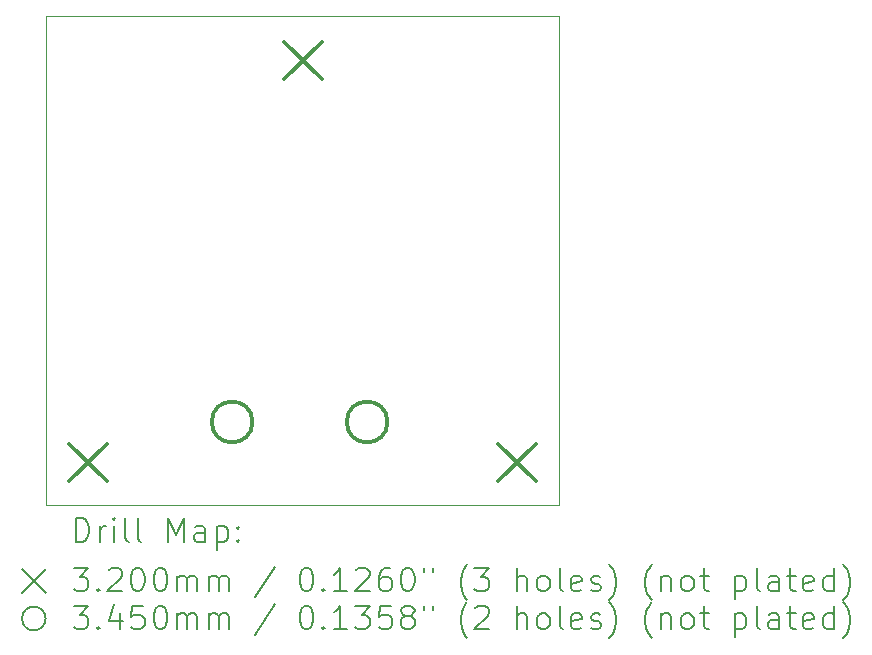
<source format=gbr>
%FSLAX45Y45*%
G04 Gerber Fmt 4.5, Leading zero omitted, Abs format (unit mm)*
G04 Created by KiCad (PCBNEW (6.0.0)) date 2022-08-05 10:14:32*
%MOMM*%
%LPD*%
G01*
G04 APERTURE LIST*
%TA.AperFunction,Profile*%
%ADD10C,0.100000*%
%TD*%
%ADD11C,0.200000*%
%ADD12C,0.320000*%
%ADD13C,0.345000*%
G04 APERTURE END LIST*
D10*
X9563100Y-11595100D02*
X13906500Y-11595100D01*
X13906500Y-11595100D02*
X13906500Y-15735300D01*
X13906500Y-15735300D02*
X9563100Y-15735300D01*
X9563100Y-15735300D02*
X9563100Y-11595100D01*
D11*
D12*
X9758700Y-15219700D02*
X10078700Y-15539700D01*
X10078700Y-15219700D02*
X9758700Y-15539700D01*
X11574800Y-11816100D02*
X11894800Y-12136100D01*
X11894800Y-11816100D02*
X11574800Y-12136100D01*
X13390900Y-15219700D02*
X13710900Y-15539700D01*
X13710900Y-15219700D02*
X13390900Y-15539700D01*
D13*
X11309450Y-15036000D02*
G75*
G03*
X11309450Y-15036000I-172500J0D01*
G01*
X12452450Y-15036000D02*
G75*
G03*
X12452450Y-15036000I-172500J0D01*
G01*
D11*
X9815719Y-16050776D02*
X9815719Y-15850776D01*
X9863338Y-15850776D01*
X9891910Y-15860300D01*
X9910957Y-15879348D01*
X9920481Y-15898395D01*
X9930005Y-15936490D01*
X9930005Y-15965062D01*
X9920481Y-16003157D01*
X9910957Y-16022205D01*
X9891910Y-16041252D01*
X9863338Y-16050776D01*
X9815719Y-16050776D01*
X10015719Y-16050776D02*
X10015719Y-15917443D01*
X10015719Y-15955538D02*
X10025243Y-15936490D01*
X10034767Y-15926967D01*
X10053814Y-15917443D01*
X10072862Y-15917443D01*
X10139529Y-16050776D02*
X10139529Y-15917443D01*
X10139529Y-15850776D02*
X10130005Y-15860300D01*
X10139529Y-15869824D01*
X10149052Y-15860300D01*
X10139529Y-15850776D01*
X10139529Y-15869824D01*
X10263338Y-16050776D02*
X10244290Y-16041252D01*
X10234767Y-16022205D01*
X10234767Y-15850776D01*
X10368100Y-16050776D02*
X10349052Y-16041252D01*
X10339529Y-16022205D01*
X10339529Y-15850776D01*
X10596671Y-16050776D02*
X10596671Y-15850776D01*
X10663338Y-15993633D01*
X10730005Y-15850776D01*
X10730005Y-16050776D01*
X10910957Y-16050776D02*
X10910957Y-15946014D01*
X10901433Y-15926967D01*
X10882386Y-15917443D01*
X10844290Y-15917443D01*
X10825243Y-15926967D01*
X10910957Y-16041252D02*
X10891910Y-16050776D01*
X10844290Y-16050776D01*
X10825243Y-16041252D01*
X10815719Y-16022205D01*
X10815719Y-16003157D01*
X10825243Y-15984109D01*
X10844290Y-15974586D01*
X10891910Y-15974586D01*
X10910957Y-15965062D01*
X11006195Y-15917443D02*
X11006195Y-16117443D01*
X11006195Y-15926967D02*
X11025243Y-15917443D01*
X11063338Y-15917443D01*
X11082386Y-15926967D01*
X11091910Y-15936490D01*
X11101433Y-15955538D01*
X11101433Y-16012681D01*
X11091910Y-16031728D01*
X11082386Y-16041252D01*
X11063338Y-16050776D01*
X11025243Y-16050776D01*
X11006195Y-16041252D01*
X11187148Y-16031728D02*
X11196671Y-16041252D01*
X11187148Y-16050776D01*
X11177624Y-16041252D01*
X11187148Y-16031728D01*
X11187148Y-16050776D01*
X11187148Y-15926967D02*
X11196671Y-15936490D01*
X11187148Y-15946014D01*
X11177624Y-15936490D01*
X11187148Y-15926967D01*
X11187148Y-15946014D01*
X9358100Y-16280300D02*
X9558100Y-16480300D01*
X9558100Y-16280300D02*
X9358100Y-16480300D01*
X9796671Y-16270776D02*
X9920481Y-16270776D01*
X9853814Y-16346967D01*
X9882386Y-16346967D01*
X9901433Y-16356490D01*
X9910957Y-16366014D01*
X9920481Y-16385062D01*
X9920481Y-16432681D01*
X9910957Y-16451728D01*
X9901433Y-16461252D01*
X9882386Y-16470776D01*
X9825243Y-16470776D01*
X9806195Y-16461252D01*
X9796671Y-16451728D01*
X10006195Y-16451728D02*
X10015719Y-16461252D01*
X10006195Y-16470776D01*
X9996671Y-16461252D01*
X10006195Y-16451728D01*
X10006195Y-16470776D01*
X10091910Y-16289824D02*
X10101433Y-16280300D01*
X10120481Y-16270776D01*
X10168100Y-16270776D01*
X10187148Y-16280300D01*
X10196671Y-16289824D01*
X10206195Y-16308871D01*
X10206195Y-16327919D01*
X10196671Y-16356490D01*
X10082386Y-16470776D01*
X10206195Y-16470776D01*
X10330005Y-16270776D02*
X10349052Y-16270776D01*
X10368100Y-16280300D01*
X10377624Y-16289824D01*
X10387148Y-16308871D01*
X10396671Y-16346967D01*
X10396671Y-16394586D01*
X10387148Y-16432681D01*
X10377624Y-16451728D01*
X10368100Y-16461252D01*
X10349052Y-16470776D01*
X10330005Y-16470776D01*
X10310957Y-16461252D01*
X10301433Y-16451728D01*
X10291910Y-16432681D01*
X10282386Y-16394586D01*
X10282386Y-16346967D01*
X10291910Y-16308871D01*
X10301433Y-16289824D01*
X10310957Y-16280300D01*
X10330005Y-16270776D01*
X10520481Y-16270776D02*
X10539529Y-16270776D01*
X10558576Y-16280300D01*
X10568100Y-16289824D01*
X10577624Y-16308871D01*
X10587148Y-16346967D01*
X10587148Y-16394586D01*
X10577624Y-16432681D01*
X10568100Y-16451728D01*
X10558576Y-16461252D01*
X10539529Y-16470776D01*
X10520481Y-16470776D01*
X10501433Y-16461252D01*
X10491910Y-16451728D01*
X10482386Y-16432681D01*
X10472862Y-16394586D01*
X10472862Y-16346967D01*
X10482386Y-16308871D01*
X10491910Y-16289824D01*
X10501433Y-16280300D01*
X10520481Y-16270776D01*
X10672862Y-16470776D02*
X10672862Y-16337443D01*
X10672862Y-16356490D02*
X10682386Y-16346967D01*
X10701433Y-16337443D01*
X10730005Y-16337443D01*
X10749052Y-16346967D01*
X10758576Y-16366014D01*
X10758576Y-16470776D01*
X10758576Y-16366014D02*
X10768100Y-16346967D01*
X10787148Y-16337443D01*
X10815719Y-16337443D01*
X10834767Y-16346967D01*
X10844290Y-16366014D01*
X10844290Y-16470776D01*
X10939529Y-16470776D02*
X10939529Y-16337443D01*
X10939529Y-16356490D02*
X10949052Y-16346967D01*
X10968100Y-16337443D01*
X10996671Y-16337443D01*
X11015719Y-16346967D01*
X11025243Y-16366014D01*
X11025243Y-16470776D01*
X11025243Y-16366014D02*
X11034767Y-16346967D01*
X11053814Y-16337443D01*
X11082386Y-16337443D01*
X11101433Y-16346967D01*
X11110957Y-16366014D01*
X11110957Y-16470776D01*
X11501433Y-16261252D02*
X11330005Y-16518395D01*
X11758576Y-16270776D02*
X11777624Y-16270776D01*
X11796671Y-16280300D01*
X11806195Y-16289824D01*
X11815719Y-16308871D01*
X11825243Y-16346967D01*
X11825243Y-16394586D01*
X11815719Y-16432681D01*
X11806195Y-16451728D01*
X11796671Y-16461252D01*
X11777624Y-16470776D01*
X11758576Y-16470776D01*
X11739528Y-16461252D01*
X11730005Y-16451728D01*
X11720481Y-16432681D01*
X11710957Y-16394586D01*
X11710957Y-16346967D01*
X11720481Y-16308871D01*
X11730005Y-16289824D01*
X11739528Y-16280300D01*
X11758576Y-16270776D01*
X11910957Y-16451728D02*
X11920481Y-16461252D01*
X11910957Y-16470776D01*
X11901433Y-16461252D01*
X11910957Y-16451728D01*
X11910957Y-16470776D01*
X12110957Y-16470776D02*
X11996671Y-16470776D01*
X12053814Y-16470776D02*
X12053814Y-16270776D01*
X12034767Y-16299348D01*
X12015719Y-16318395D01*
X11996671Y-16327919D01*
X12187148Y-16289824D02*
X12196671Y-16280300D01*
X12215719Y-16270776D01*
X12263338Y-16270776D01*
X12282386Y-16280300D01*
X12291909Y-16289824D01*
X12301433Y-16308871D01*
X12301433Y-16327919D01*
X12291909Y-16356490D01*
X12177624Y-16470776D01*
X12301433Y-16470776D01*
X12472862Y-16270776D02*
X12434767Y-16270776D01*
X12415719Y-16280300D01*
X12406195Y-16289824D01*
X12387148Y-16318395D01*
X12377624Y-16356490D01*
X12377624Y-16432681D01*
X12387148Y-16451728D01*
X12396671Y-16461252D01*
X12415719Y-16470776D01*
X12453814Y-16470776D01*
X12472862Y-16461252D01*
X12482386Y-16451728D01*
X12491909Y-16432681D01*
X12491909Y-16385062D01*
X12482386Y-16366014D01*
X12472862Y-16356490D01*
X12453814Y-16346967D01*
X12415719Y-16346967D01*
X12396671Y-16356490D01*
X12387148Y-16366014D01*
X12377624Y-16385062D01*
X12615719Y-16270776D02*
X12634767Y-16270776D01*
X12653814Y-16280300D01*
X12663338Y-16289824D01*
X12672862Y-16308871D01*
X12682386Y-16346967D01*
X12682386Y-16394586D01*
X12672862Y-16432681D01*
X12663338Y-16451728D01*
X12653814Y-16461252D01*
X12634767Y-16470776D01*
X12615719Y-16470776D01*
X12596671Y-16461252D01*
X12587148Y-16451728D01*
X12577624Y-16432681D01*
X12568100Y-16394586D01*
X12568100Y-16346967D01*
X12577624Y-16308871D01*
X12587148Y-16289824D01*
X12596671Y-16280300D01*
X12615719Y-16270776D01*
X12758576Y-16270776D02*
X12758576Y-16308871D01*
X12834767Y-16270776D02*
X12834767Y-16308871D01*
X13130005Y-16546967D02*
X13120481Y-16537443D01*
X13101433Y-16508871D01*
X13091909Y-16489824D01*
X13082386Y-16461252D01*
X13072862Y-16413633D01*
X13072862Y-16375538D01*
X13082386Y-16327919D01*
X13091909Y-16299348D01*
X13101433Y-16280300D01*
X13120481Y-16251728D01*
X13130005Y-16242205D01*
X13187148Y-16270776D02*
X13310957Y-16270776D01*
X13244290Y-16346967D01*
X13272862Y-16346967D01*
X13291909Y-16356490D01*
X13301433Y-16366014D01*
X13310957Y-16385062D01*
X13310957Y-16432681D01*
X13301433Y-16451728D01*
X13291909Y-16461252D01*
X13272862Y-16470776D01*
X13215719Y-16470776D01*
X13196671Y-16461252D01*
X13187148Y-16451728D01*
X13549052Y-16470776D02*
X13549052Y-16270776D01*
X13634767Y-16470776D02*
X13634767Y-16366014D01*
X13625243Y-16346967D01*
X13606195Y-16337443D01*
X13577624Y-16337443D01*
X13558576Y-16346967D01*
X13549052Y-16356490D01*
X13758576Y-16470776D02*
X13739528Y-16461252D01*
X13730005Y-16451728D01*
X13720481Y-16432681D01*
X13720481Y-16375538D01*
X13730005Y-16356490D01*
X13739528Y-16346967D01*
X13758576Y-16337443D01*
X13787148Y-16337443D01*
X13806195Y-16346967D01*
X13815719Y-16356490D01*
X13825243Y-16375538D01*
X13825243Y-16432681D01*
X13815719Y-16451728D01*
X13806195Y-16461252D01*
X13787148Y-16470776D01*
X13758576Y-16470776D01*
X13939528Y-16470776D02*
X13920481Y-16461252D01*
X13910957Y-16442205D01*
X13910957Y-16270776D01*
X14091909Y-16461252D02*
X14072862Y-16470776D01*
X14034767Y-16470776D01*
X14015719Y-16461252D01*
X14006195Y-16442205D01*
X14006195Y-16366014D01*
X14015719Y-16346967D01*
X14034767Y-16337443D01*
X14072862Y-16337443D01*
X14091909Y-16346967D01*
X14101433Y-16366014D01*
X14101433Y-16385062D01*
X14006195Y-16404109D01*
X14177624Y-16461252D02*
X14196671Y-16470776D01*
X14234767Y-16470776D01*
X14253814Y-16461252D01*
X14263338Y-16442205D01*
X14263338Y-16432681D01*
X14253814Y-16413633D01*
X14234767Y-16404109D01*
X14206195Y-16404109D01*
X14187148Y-16394586D01*
X14177624Y-16375538D01*
X14177624Y-16366014D01*
X14187148Y-16346967D01*
X14206195Y-16337443D01*
X14234767Y-16337443D01*
X14253814Y-16346967D01*
X14330005Y-16546967D02*
X14339528Y-16537443D01*
X14358576Y-16508871D01*
X14368100Y-16489824D01*
X14377624Y-16461252D01*
X14387148Y-16413633D01*
X14387148Y-16375538D01*
X14377624Y-16327919D01*
X14368100Y-16299348D01*
X14358576Y-16280300D01*
X14339528Y-16251728D01*
X14330005Y-16242205D01*
X14691909Y-16546967D02*
X14682386Y-16537443D01*
X14663338Y-16508871D01*
X14653814Y-16489824D01*
X14644290Y-16461252D01*
X14634767Y-16413633D01*
X14634767Y-16375538D01*
X14644290Y-16327919D01*
X14653814Y-16299348D01*
X14663338Y-16280300D01*
X14682386Y-16251728D01*
X14691909Y-16242205D01*
X14768100Y-16337443D02*
X14768100Y-16470776D01*
X14768100Y-16356490D02*
X14777624Y-16346967D01*
X14796671Y-16337443D01*
X14825243Y-16337443D01*
X14844290Y-16346967D01*
X14853814Y-16366014D01*
X14853814Y-16470776D01*
X14977624Y-16470776D02*
X14958576Y-16461252D01*
X14949052Y-16451728D01*
X14939528Y-16432681D01*
X14939528Y-16375538D01*
X14949052Y-16356490D01*
X14958576Y-16346967D01*
X14977624Y-16337443D01*
X15006195Y-16337443D01*
X15025243Y-16346967D01*
X15034767Y-16356490D01*
X15044290Y-16375538D01*
X15044290Y-16432681D01*
X15034767Y-16451728D01*
X15025243Y-16461252D01*
X15006195Y-16470776D01*
X14977624Y-16470776D01*
X15101433Y-16337443D02*
X15177624Y-16337443D01*
X15130005Y-16270776D02*
X15130005Y-16442205D01*
X15139528Y-16461252D01*
X15158576Y-16470776D01*
X15177624Y-16470776D01*
X15396671Y-16337443D02*
X15396671Y-16537443D01*
X15396671Y-16346967D02*
X15415719Y-16337443D01*
X15453814Y-16337443D01*
X15472862Y-16346967D01*
X15482386Y-16356490D01*
X15491909Y-16375538D01*
X15491909Y-16432681D01*
X15482386Y-16451728D01*
X15472862Y-16461252D01*
X15453814Y-16470776D01*
X15415719Y-16470776D01*
X15396671Y-16461252D01*
X15606195Y-16470776D02*
X15587148Y-16461252D01*
X15577624Y-16442205D01*
X15577624Y-16270776D01*
X15768100Y-16470776D02*
X15768100Y-16366014D01*
X15758576Y-16346967D01*
X15739528Y-16337443D01*
X15701433Y-16337443D01*
X15682386Y-16346967D01*
X15768100Y-16461252D02*
X15749052Y-16470776D01*
X15701433Y-16470776D01*
X15682386Y-16461252D01*
X15672862Y-16442205D01*
X15672862Y-16423157D01*
X15682386Y-16404109D01*
X15701433Y-16394586D01*
X15749052Y-16394586D01*
X15768100Y-16385062D01*
X15834767Y-16337443D02*
X15910957Y-16337443D01*
X15863338Y-16270776D02*
X15863338Y-16442205D01*
X15872862Y-16461252D01*
X15891909Y-16470776D01*
X15910957Y-16470776D01*
X16053814Y-16461252D02*
X16034767Y-16470776D01*
X15996671Y-16470776D01*
X15977624Y-16461252D01*
X15968100Y-16442205D01*
X15968100Y-16366014D01*
X15977624Y-16346967D01*
X15996671Y-16337443D01*
X16034767Y-16337443D01*
X16053814Y-16346967D01*
X16063338Y-16366014D01*
X16063338Y-16385062D01*
X15968100Y-16404109D01*
X16234767Y-16470776D02*
X16234767Y-16270776D01*
X16234767Y-16461252D02*
X16215719Y-16470776D01*
X16177624Y-16470776D01*
X16158576Y-16461252D01*
X16149052Y-16451728D01*
X16139528Y-16432681D01*
X16139528Y-16375538D01*
X16149052Y-16356490D01*
X16158576Y-16346967D01*
X16177624Y-16337443D01*
X16215719Y-16337443D01*
X16234767Y-16346967D01*
X16310957Y-16546967D02*
X16320481Y-16537443D01*
X16339528Y-16508871D01*
X16349052Y-16489824D01*
X16358576Y-16461252D01*
X16368100Y-16413633D01*
X16368100Y-16375538D01*
X16358576Y-16327919D01*
X16349052Y-16299348D01*
X16339528Y-16280300D01*
X16320481Y-16251728D01*
X16310957Y-16242205D01*
X9558100Y-16700300D02*
G75*
G03*
X9558100Y-16700300I-100000J0D01*
G01*
X9796671Y-16590776D02*
X9920481Y-16590776D01*
X9853814Y-16666967D01*
X9882386Y-16666967D01*
X9901433Y-16676490D01*
X9910957Y-16686014D01*
X9920481Y-16705062D01*
X9920481Y-16752681D01*
X9910957Y-16771728D01*
X9901433Y-16781252D01*
X9882386Y-16790776D01*
X9825243Y-16790776D01*
X9806195Y-16781252D01*
X9796671Y-16771728D01*
X10006195Y-16771728D02*
X10015719Y-16781252D01*
X10006195Y-16790776D01*
X9996671Y-16781252D01*
X10006195Y-16771728D01*
X10006195Y-16790776D01*
X10187148Y-16657443D02*
X10187148Y-16790776D01*
X10139529Y-16581252D02*
X10091910Y-16724109D01*
X10215719Y-16724109D01*
X10387148Y-16590776D02*
X10291910Y-16590776D01*
X10282386Y-16686014D01*
X10291910Y-16676490D01*
X10310957Y-16666967D01*
X10358576Y-16666967D01*
X10377624Y-16676490D01*
X10387148Y-16686014D01*
X10396671Y-16705062D01*
X10396671Y-16752681D01*
X10387148Y-16771728D01*
X10377624Y-16781252D01*
X10358576Y-16790776D01*
X10310957Y-16790776D01*
X10291910Y-16781252D01*
X10282386Y-16771728D01*
X10520481Y-16590776D02*
X10539529Y-16590776D01*
X10558576Y-16600300D01*
X10568100Y-16609824D01*
X10577624Y-16628871D01*
X10587148Y-16666967D01*
X10587148Y-16714586D01*
X10577624Y-16752681D01*
X10568100Y-16771728D01*
X10558576Y-16781252D01*
X10539529Y-16790776D01*
X10520481Y-16790776D01*
X10501433Y-16781252D01*
X10491910Y-16771728D01*
X10482386Y-16752681D01*
X10472862Y-16714586D01*
X10472862Y-16666967D01*
X10482386Y-16628871D01*
X10491910Y-16609824D01*
X10501433Y-16600300D01*
X10520481Y-16590776D01*
X10672862Y-16790776D02*
X10672862Y-16657443D01*
X10672862Y-16676490D02*
X10682386Y-16666967D01*
X10701433Y-16657443D01*
X10730005Y-16657443D01*
X10749052Y-16666967D01*
X10758576Y-16686014D01*
X10758576Y-16790776D01*
X10758576Y-16686014D02*
X10768100Y-16666967D01*
X10787148Y-16657443D01*
X10815719Y-16657443D01*
X10834767Y-16666967D01*
X10844290Y-16686014D01*
X10844290Y-16790776D01*
X10939529Y-16790776D02*
X10939529Y-16657443D01*
X10939529Y-16676490D02*
X10949052Y-16666967D01*
X10968100Y-16657443D01*
X10996671Y-16657443D01*
X11015719Y-16666967D01*
X11025243Y-16686014D01*
X11025243Y-16790776D01*
X11025243Y-16686014D02*
X11034767Y-16666967D01*
X11053814Y-16657443D01*
X11082386Y-16657443D01*
X11101433Y-16666967D01*
X11110957Y-16686014D01*
X11110957Y-16790776D01*
X11501433Y-16581252D02*
X11330005Y-16838395D01*
X11758576Y-16590776D02*
X11777624Y-16590776D01*
X11796671Y-16600300D01*
X11806195Y-16609824D01*
X11815719Y-16628871D01*
X11825243Y-16666967D01*
X11825243Y-16714586D01*
X11815719Y-16752681D01*
X11806195Y-16771728D01*
X11796671Y-16781252D01*
X11777624Y-16790776D01*
X11758576Y-16790776D01*
X11739528Y-16781252D01*
X11730005Y-16771728D01*
X11720481Y-16752681D01*
X11710957Y-16714586D01*
X11710957Y-16666967D01*
X11720481Y-16628871D01*
X11730005Y-16609824D01*
X11739528Y-16600300D01*
X11758576Y-16590776D01*
X11910957Y-16771728D02*
X11920481Y-16781252D01*
X11910957Y-16790776D01*
X11901433Y-16781252D01*
X11910957Y-16771728D01*
X11910957Y-16790776D01*
X12110957Y-16790776D02*
X11996671Y-16790776D01*
X12053814Y-16790776D02*
X12053814Y-16590776D01*
X12034767Y-16619348D01*
X12015719Y-16638395D01*
X11996671Y-16647919D01*
X12177624Y-16590776D02*
X12301433Y-16590776D01*
X12234767Y-16666967D01*
X12263338Y-16666967D01*
X12282386Y-16676490D01*
X12291909Y-16686014D01*
X12301433Y-16705062D01*
X12301433Y-16752681D01*
X12291909Y-16771728D01*
X12282386Y-16781252D01*
X12263338Y-16790776D01*
X12206195Y-16790776D01*
X12187148Y-16781252D01*
X12177624Y-16771728D01*
X12482386Y-16590776D02*
X12387148Y-16590776D01*
X12377624Y-16686014D01*
X12387148Y-16676490D01*
X12406195Y-16666967D01*
X12453814Y-16666967D01*
X12472862Y-16676490D01*
X12482386Y-16686014D01*
X12491909Y-16705062D01*
X12491909Y-16752681D01*
X12482386Y-16771728D01*
X12472862Y-16781252D01*
X12453814Y-16790776D01*
X12406195Y-16790776D01*
X12387148Y-16781252D01*
X12377624Y-16771728D01*
X12606195Y-16676490D02*
X12587148Y-16666967D01*
X12577624Y-16657443D01*
X12568100Y-16638395D01*
X12568100Y-16628871D01*
X12577624Y-16609824D01*
X12587148Y-16600300D01*
X12606195Y-16590776D01*
X12644290Y-16590776D01*
X12663338Y-16600300D01*
X12672862Y-16609824D01*
X12682386Y-16628871D01*
X12682386Y-16638395D01*
X12672862Y-16657443D01*
X12663338Y-16666967D01*
X12644290Y-16676490D01*
X12606195Y-16676490D01*
X12587148Y-16686014D01*
X12577624Y-16695538D01*
X12568100Y-16714586D01*
X12568100Y-16752681D01*
X12577624Y-16771728D01*
X12587148Y-16781252D01*
X12606195Y-16790776D01*
X12644290Y-16790776D01*
X12663338Y-16781252D01*
X12672862Y-16771728D01*
X12682386Y-16752681D01*
X12682386Y-16714586D01*
X12672862Y-16695538D01*
X12663338Y-16686014D01*
X12644290Y-16676490D01*
X12758576Y-16590776D02*
X12758576Y-16628871D01*
X12834767Y-16590776D02*
X12834767Y-16628871D01*
X13130005Y-16866967D02*
X13120481Y-16857443D01*
X13101433Y-16828871D01*
X13091909Y-16809824D01*
X13082386Y-16781252D01*
X13072862Y-16733633D01*
X13072862Y-16695538D01*
X13082386Y-16647919D01*
X13091909Y-16619348D01*
X13101433Y-16600300D01*
X13120481Y-16571728D01*
X13130005Y-16562205D01*
X13196671Y-16609824D02*
X13206195Y-16600300D01*
X13225243Y-16590776D01*
X13272862Y-16590776D01*
X13291909Y-16600300D01*
X13301433Y-16609824D01*
X13310957Y-16628871D01*
X13310957Y-16647919D01*
X13301433Y-16676490D01*
X13187148Y-16790776D01*
X13310957Y-16790776D01*
X13549052Y-16790776D02*
X13549052Y-16590776D01*
X13634767Y-16790776D02*
X13634767Y-16686014D01*
X13625243Y-16666967D01*
X13606195Y-16657443D01*
X13577624Y-16657443D01*
X13558576Y-16666967D01*
X13549052Y-16676490D01*
X13758576Y-16790776D02*
X13739528Y-16781252D01*
X13730005Y-16771728D01*
X13720481Y-16752681D01*
X13720481Y-16695538D01*
X13730005Y-16676490D01*
X13739528Y-16666967D01*
X13758576Y-16657443D01*
X13787148Y-16657443D01*
X13806195Y-16666967D01*
X13815719Y-16676490D01*
X13825243Y-16695538D01*
X13825243Y-16752681D01*
X13815719Y-16771728D01*
X13806195Y-16781252D01*
X13787148Y-16790776D01*
X13758576Y-16790776D01*
X13939528Y-16790776D02*
X13920481Y-16781252D01*
X13910957Y-16762205D01*
X13910957Y-16590776D01*
X14091909Y-16781252D02*
X14072862Y-16790776D01*
X14034767Y-16790776D01*
X14015719Y-16781252D01*
X14006195Y-16762205D01*
X14006195Y-16686014D01*
X14015719Y-16666967D01*
X14034767Y-16657443D01*
X14072862Y-16657443D01*
X14091909Y-16666967D01*
X14101433Y-16686014D01*
X14101433Y-16705062D01*
X14006195Y-16724109D01*
X14177624Y-16781252D02*
X14196671Y-16790776D01*
X14234767Y-16790776D01*
X14253814Y-16781252D01*
X14263338Y-16762205D01*
X14263338Y-16752681D01*
X14253814Y-16733633D01*
X14234767Y-16724109D01*
X14206195Y-16724109D01*
X14187148Y-16714586D01*
X14177624Y-16695538D01*
X14177624Y-16686014D01*
X14187148Y-16666967D01*
X14206195Y-16657443D01*
X14234767Y-16657443D01*
X14253814Y-16666967D01*
X14330005Y-16866967D02*
X14339528Y-16857443D01*
X14358576Y-16828871D01*
X14368100Y-16809824D01*
X14377624Y-16781252D01*
X14387148Y-16733633D01*
X14387148Y-16695538D01*
X14377624Y-16647919D01*
X14368100Y-16619348D01*
X14358576Y-16600300D01*
X14339528Y-16571728D01*
X14330005Y-16562205D01*
X14691909Y-16866967D02*
X14682386Y-16857443D01*
X14663338Y-16828871D01*
X14653814Y-16809824D01*
X14644290Y-16781252D01*
X14634767Y-16733633D01*
X14634767Y-16695538D01*
X14644290Y-16647919D01*
X14653814Y-16619348D01*
X14663338Y-16600300D01*
X14682386Y-16571728D01*
X14691909Y-16562205D01*
X14768100Y-16657443D02*
X14768100Y-16790776D01*
X14768100Y-16676490D02*
X14777624Y-16666967D01*
X14796671Y-16657443D01*
X14825243Y-16657443D01*
X14844290Y-16666967D01*
X14853814Y-16686014D01*
X14853814Y-16790776D01*
X14977624Y-16790776D02*
X14958576Y-16781252D01*
X14949052Y-16771728D01*
X14939528Y-16752681D01*
X14939528Y-16695538D01*
X14949052Y-16676490D01*
X14958576Y-16666967D01*
X14977624Y-16657443D01*
X15006195Y-16657443D01*
X15025243Y-16666967D01*
X15034767Y-16676490D01*
X15044290Y-16695538D01*
X15044290Y-16752681D01*
X15034767Y-16771728D01*
X15025243Y-16781252D01*
X15006195Y-16790776D01*
X14977624Y-16790776D01*
X15101433Y-16657443D02*
X15177624Y-16657443D01*
X15130005Y-16590776D02*
X15130005Y-16762205D01*
X15139528Y-16781252D01*
X15158576Y-16790776D01*
X15177624Y-16790776D01*
X15396671Y-16657443D02*
X15396671Y-16857443D01*
X15396671Y-16666967D02*
X15415719Y-16657443D01*
X15453814Y-16657443D01*
X15472862Y-16666967D01*
X15482386Y-16676490D01*
X15491909Y-16695538D01*
X15491909Y-16752681D01*
X15482386Y-16771728D01*
X15472862Y-16781252D01*
X15453814Y-16790776D01*
X15415719Y-16790776D01*
X15396671Y-16781252D01*
X15606195Y-16790776D02*
X15587148Y-16781252D01*
X15577624Y-16762205D01*
X15577624Y-16590776D01*
X15768100Y-16790776D02*
X15768100Y-16686014D01*
X15758576Y-16666967D01*
X15739528Y-16657443D01*
X15701433Y-16657443D01*
X15682386Y-16666967D01*
X15768100Y-16781252D02*
X15749052Y-16790776D01*
X15701433Y-16790776D01*
X15682386Y-16781252D01*
X15672862Y-16762205D01*
X15672862Y-16743157D01*
X15682386Y-16724109D01*
X15701433Y-16714586D01*
X15749052Y-16714586D01*
X15768100Y-16705062D01*
X15834767Y-16657443D02*
X15910957Y-16657443D01*
X15863338Y-16590776D02*
X15863338Y-16762205D01*
X15872862Y-16781252D01*
X15891909Y-16790776D01*
X15910957Y-16790776D01*
X16053814Y-16781252D02*
X16034767Y-16790776D01*
X15996671Y-16790776D01*
X15977624Y-16781252D01*
X15968100Y-16762205D01*
X15968100Y-16686014D01*
X15977624Y-16666967D01*
X15996671Y-16657443D01*
X16034767Y-16657443D01*
X16053814Y-16666967D01*
X16063338Y-16686014D01*
X16063338Y-16705062D01*
X15968100Y-16724109D01*
X16234767Y-16790776D02*
X16234767Y-16590776D01*
X16234767Y-16781252D02*
X16215719Y-16790776D01*
X16177624Y-16790776D01*
X16158576Y-16781252D01*
X16149052Y-16771728D01*
X16139528Y-16752681D01*
X16139528Y-16695538D01*
X16149052Y-16676490D01*
X16158576Y-16666967D01*
X16177624Y-16657443D01*
X16215719Y-16657443D01*
X16234767Y-16666967D01*
X16310957Y-16866967D02*
X16320481Y-16857443D01*
X16339528Y-16828871D01*
X16349052Y-16809824D01*
X16358576Y-16781252D01*
X16368100Y-16733633D01*
X16368100Y-16695538D01*
X16358576Y-16647919D01*
X16349052Y-16619348D01*
X16339528Y-16600300D01*
X16320481Y-16571728D01*
X16310957Y-16562205D01*
M02*

</source>
